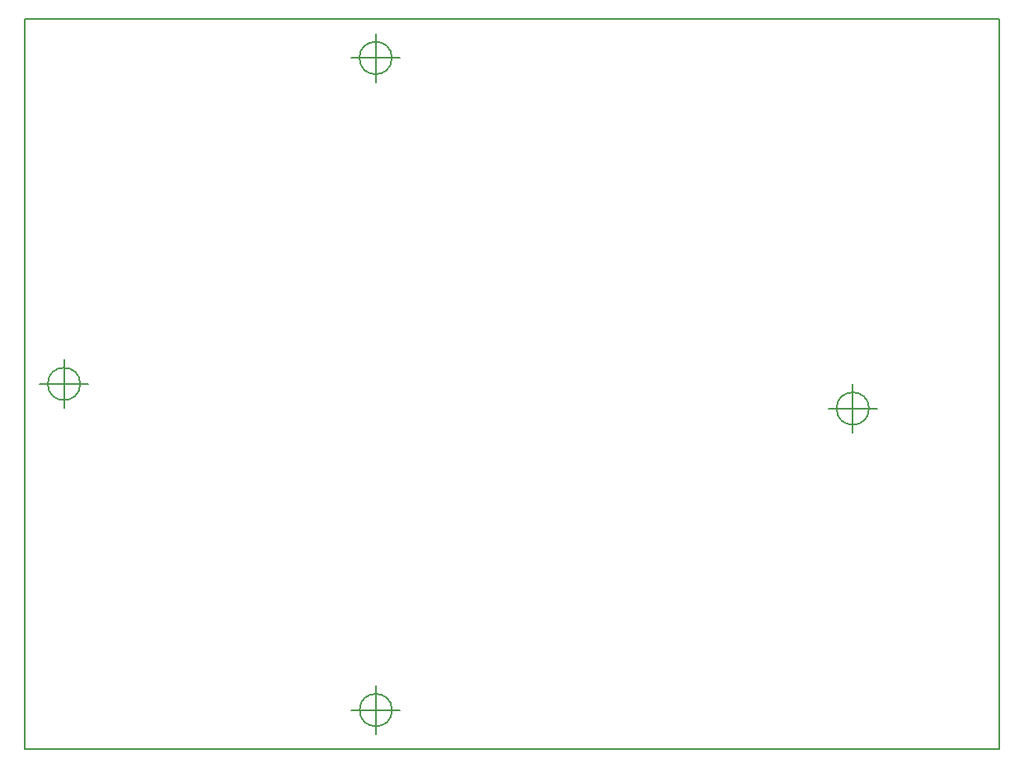
<source format=gbr>
G04 #@! TF.FileFunction,Profile,NP*
%FSLAX46Y46*%
G04 Gerber Fmt 4.6, Leading zero omitted, Abs format (unit mm)*
G04 Created by KiCad (PCBNEW 4.0.7-e2-6376~60~ubuntu17.10.1) date Tue Mar 20 11:33:17 2018*
%MOMM*%
%LPD*%
G01*
G04 APERTURE LIST*
%ADD10C,0.020000*%
%ADD11C,0.150000*%
G04 APERTURE END LIST*
D10*
D11*
X37772766Y71104760D02*
G75*
G03X37772766Y71104760I-1666666J0D01*
G01*
X33606100Y71104760D02*
X38606100Y71104760D01*
X36106100Y73604760D02*
X36106100Y68604760D01*
X5766226Y37617400D02*
G75*
G03X5766226Y37617400I-1666666J0D01*
G01*
X1599560Y37617400D02*
X6599560Y37617400D01*
X4099560Y40117400D02*
X4099560Y35117400D01*
X86769366Y35085020D02*
G75*
G03X86769366Y35085020I-1666666J0D01*
G01*
X82602700Y35085020D02*
X87602700Y35085020D01*
X85102700Y37585020D02*
X85102700Y32585020D01*
X37793086Y4104640D02*
G75*
G03X37793086Y4104640I-1666666J0D01*
G01*
X33626420Y4104640D02*
X38626420Y4104640D01*
X36126420Y6604640D02*
X36126420Y1604640D01*
X111900Y105140D02*
X111900Y75105140D01*
X100111900Y105140D02*
X111900Y105140D01*
X100111900Y75105140D02*
X100111900Y105140D01*
X111900Y75105140D02*
X100111900Y75105140D01*
M02*

</source>
